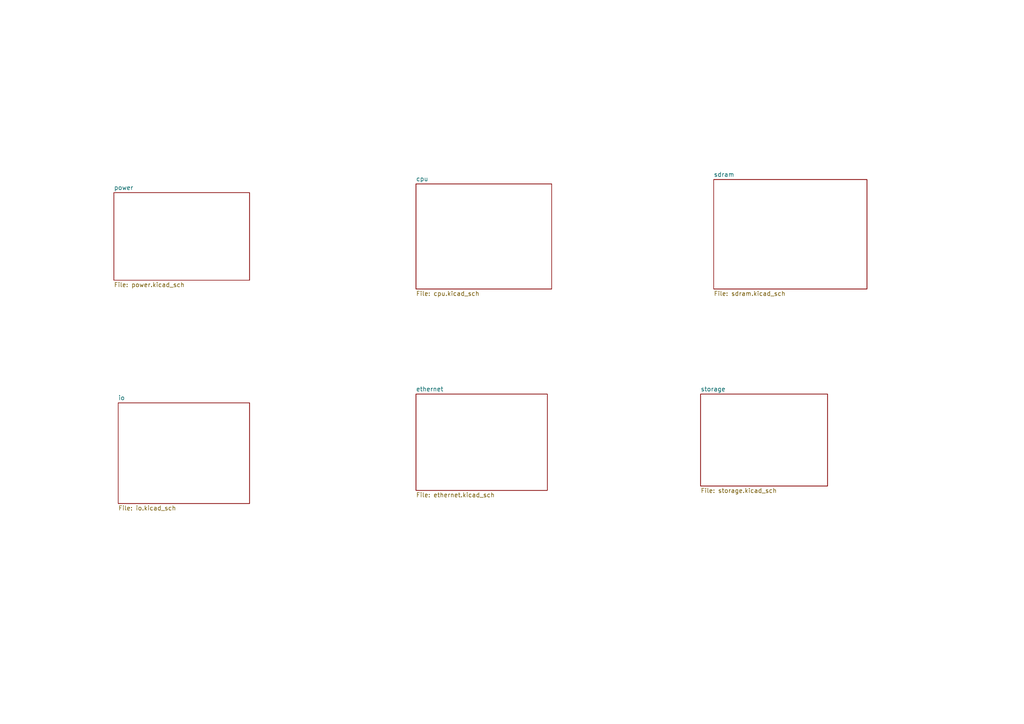
<source format=kicad_sch>
(kicad_sch (version 20211123) (generator eeschema)
  (paper "A4")
  (lib_symbols)
  (sheet (at 120.65 53.34) (size 39.37 30.48)
    (property "Sheet name" "cpu" (at 120.65 52.6284 0) (effects (justify left bottom)))
    (property "Sheet file" "cpu.kicad_sch" (at 120.65 84.4046 0) (effects (justify left top)))
  )
  (sheet (at 207.01 52.07) (size 44.45 31.75)
    (property "Sheet name" "sdram" (at 207.01 51.3584 0) (effects (justify left bottom)))
    (property "Sheet file" "sdram.kicad_sch" (at 207.01 84.4046 0) (effects (justify left top)))
  )
  (sheet (at 33.02 55.88) (size 39.37 25.4)
    (property "Sheet name" "power" (at 33.02 55.1684 0) (effects (justify left bottom)))
    (property "Sheet file" "power.kicad_sch" (at 33.02 81.8646 0) (effects (justify left top)))
  )
  (sheet (at 34.29 116.84) (size 38.1 29.21)
    (property "Sheet name" "io" (at 34.29 116.1284 0) (effects (justify left bottom)))
    (property "Sheet file" "io.kicad_sch" (at 34.29 146.6346 0) (effects (justify left top)))
  )
  (sheet (at 120.65 114.3) (size 38.1 27.94)
    (property "Sheet name" "ethernet" (at 120.65 113.5884 0) (effects (justify left bottom)))
    (property "Sheet file" "ethernet.kicad_sch" (at 120.65 142.8246 0) (effects (justify left top)))
  )
  (sheet (at 203.2 114.3) (size 36.83 26.67)
    (property "Sheet name" "storage" (at 203.2 113.5884 0) (effects (justify left bottom)))
    (property "Sheet file" "storage.kicad_sch" (at 203.2 141.5546 0) (effects (justify left top)))
  )
)
</source>
